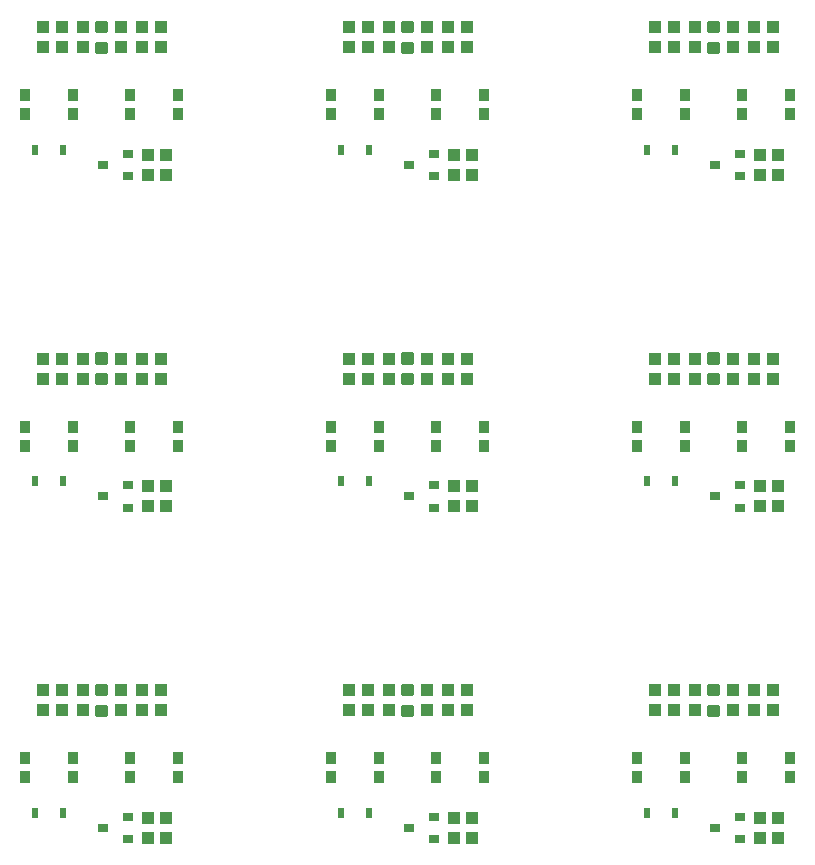
<source format=gtp>
G75*
%MOIN*%
%OFA0B0*%
%FSLAX25Y25*%
%IPPOS*%
%LPD*%
%AMOC8*
5,1,8,0,0,1.08239X$1,22.5*
%
%ADD10R,0.03937X0.04331*%
%ADD11C,0.01181*%
%ADD12R,0.03543X0.03150*%
%ADD13R,0.03543X0.03937*%
%ADD14R,0.02480X0.03268*%
D10*
X0059250Y0087904D03*
X0065750Y0087904D03*
X0072750Y0087904D03*
X0072750Y0094596D03*
X0065750Y0094596D03*
X0059250Y0094596D03*
X0085250Y0094596D03*
X0085250Y0087904D03*
X0092250Y0087904D03*
X0098750Y0087904D03*
X0098750Y0094596D03*
X0092250Y0094596D03*
X0094250Y0052096D03*
X0100250Y0052096D03*
X0100250Y0045404D03*
X0094250Y0045404D03*
X0161250Y0087904D03*
X0167750Y0087904D03*
X0167750Y0094596D03*
X0161250Y0094596D03*
X0174750Y0094596D03*
X0174750Y0087904D03*
X0187250Y0087904D03*
X0187250Y0094596D03*
X0194250Y0094596D03*
X0200750Y0094596D03*
X0200750Y0087904D03*
X0194250Y0087904D03*
X0196250Y0052096D03*
X0202250Y0052096D03*
X0202250Y0045404D03*
X0196250Y0045404D03*
X0263250Y0087904D03*
X0269750Y0087904D03*
X0269750Y0094596D03*
X0263250Y0094596D03*
X0276750Y0094596D03*
X0276750Y0087904D03*
X0289250Y0087904D03*
X0296250Y0087904D03*
X0302750Y0087904D03*
X0302750Y0094596D03*
X0296250Y0094596D03*
X0289250Y0094596D03*
X0298250Y0052096D03*
X0304250Y0052096D03*
X0304250Y0045404D03*
X0298250Y0045404D03*
X0298250Y0155904D03*
X0304250Y0155904D03*
X0304250Y0162596D03*
X0298250Y0162596D03*
X0296250Y0198404D03*
X0289250Y0198404D03*
X0289250Y0205096D03*
X0296250Y0205096D03*
X0302750Y0205096D03*
X0302750Y0198404D03*
X0276750Y0198404D03*
X0276750Y0205096D03*
X0269750Y0205096D03*
X0263250Y0205096D03*
X0263250Y0198404D03*
X0269750Y0198404D03*
X0200750Y0198404D03*
X0194250Y0198404D03*
X0194250Y0205096D03*
X0200750Y0205096D03*
X0187250Y0205096D03*
X0187250Y0198404D03*
X0174750Y0198404D03*
X0174750Y0205096D03*
X0167750Y0205096D03*
X0161250Y0205096D03*
X0161250Y0198404D03*
X0167750Y0198404D03*
X0196250Y0162596D03*
X0202250Y0162596D03*
X0202250Y0155904D03*
X0196250Y0155904D03*
X0100250Y0155904D03*
X0094250Y0155904D03*
X0094250Y0162596D03*
X0100250Y0162596D03*
X0098750Y0198404D03*
X0092250Y0198404D03*
X0092250Y0205096D03*
X0098750Y0205096D03*
X0085250Y0205096D03*
X0085250Y0198404D03*
X0072750Y0198404D03*
X0065750Y0198404D03*
X0059250Y0198404D03*
X0059250Y0205096D03*
X0065750Y0205096D03*
X0072750Y0205096D03*
X0094250Y0266404D03*
X0094250Y0273096D03*
X0100250Y0273096D03*
X0100250Y0266404D03*
X0098750Y0308904D03*
X0092250Y0308904D03*
X0092250Y0315596D03*
X0098750Y0315596D03*
X0085250Y0315596D03*
X0085250Y0308904D03*
X0072750Y0308904D03*
X0072750Y0315596D03*
X0065750Y0315596D03*
X0065750Y0308904D03*
X0059250Y0308904D03*
X0059250Y0315596D03*
X0161250Y0315596D03*
X0161250Y0308904D03*
X0167750Y0308904D03*
X0167750Y0315596D03*
X0174750Y0315596D03*
X0174750Y0308904D03*
X0187250Y0308904D03*
X0187250Y0315596D03*
X0194250Y0315596D03*
X0194250Y0308904D03*
X0200750Y0308904D03*
X0200750Y0315596D03*
X0202250Y0273096D03*
X0196250Y0273096D03*
X0196250Y0266404D03*
X0202250Y0266404D03*
X0263250Y0308904D03*
X0269750Y0308904D03*
X0269750Y0315596D03*
X0263250Y0315596D03*
X0276750Y0315596D03*
X0276750Y0308904D03*
X0289250Y0308904D03*
X0289250Y0315596D03*
X0296250Y0315596D03*
X0296250Y0308904D03*
X0302750Y0308904D03*
X0302750Y0315596D03*
X0304250Y0273096D03*
X0298250Y0273096D03*
X0298250Y0266404D03*
X0304250Y0266404D03*
D11*
X0284128Y0307419D02*
X0281372Y0307419D01*
X0281372Y0310175D01*
X0284128Y0310175D01*
X0284128Y0307419D01*
X0284128Y0308599D02*
X0281372Y0308599D01*
X0281372Y0309779D02*
X0284128Y0309779D01*
X0284128Y0314325D02*
X0281372Y0314325D01*
X0281372Y0317081D01*
X0284128Y0317081D01*
X0284128Y0314325D01*
X0284128Y0315505D02*
X0281372Y0315505D01*
X0281372Y0316685D02*
X0284128Y0316685D01*
X0182128Y0314325D02*
X0179372Y0314325D01*
X0179372Y0317081D01*
X0182128Y0317081D01*
X0182128Y0314325D01*
X0182128Y0315505D02*
X0179372Y0315505D01*
X0179372Y0316685D02*
X0182128Y0316685D01*
X0182128Y0307419D02*
X0179372Y0307419D01*
X0179372Y0310175D01*
X0182128Y0310175D01*
X0182128Y0307419D01*
X0182128Y0308599D02*
X0179372Y0308599D01*
X0179372Y0309779D02*
X0182128Y0309779D01*
X0080128Y0307419D02*
X0077372Y0307419D01*
X0077372Y0310175D01*
X0080128Y0310175D01*
X0080128Y0307419D01*
X0080128Y0308599D02*
X0077372Y0308599D01*
X0077372Y0309779D02*
X0080128Y0309779D01*
X0080128Y0314325D02*
X0077372Y0314325D01*
X0077372Y0317081D01*
X0080128Y0317081D01*
X0080128Y0314325D01*
X0080128Y0315505D02*
X0077372Y0315505D01*
X0077372Y0316685D02*
X0080128Y0316685D01*
X0080128Y0203825D02*
X0077372Y0203825D01*
X0077372Y0206581D01*
X0080128Y0206581D01*
X0080128Y0203825D01*
X0080128Y0205005D02*
X0077372Y0205005D01*
X0077372Y0206185D02*
X0080128Y0206185D01*
X0080128Y0196919D02*
X0077372Y0196919D01*
X0077372Y0199675D01*
X0080128Y0199675D01*
X0080128Y0196919D01*
X0080128Y0198099D02*
X0077372Y0198099D01*
X0077372Y0199279D02*
X0080128Y0199279D01*
X0179372Y0196919D02*
X0182128Y0196919D01*
X0179372Y0196919D02*
X0179372Y0199675D01*
X0182128Y0199675D01*
X0182128Y0196919D01*
X0182128Y0198099D02*
X0179372Y0198099D01*
X0179372Y0199279D02*
X0182128Y0199279D01*
X0182128Y0203825D02*
X0179372Y0203825D01*
X0179372Y0206581D01*
X0182128Y0206581D01*
X0182128Y0203825D01*
X0182128Y0205005D02*
X0179372Y0205005D01*
X0179372Y0206185D02*
X0182128Y0206185D01*
X0281372Y0203825D02*
X0284128Y0203825D01*
X0281372Y0203825D02*
X0281372Y0206581D01*
X0284128Y0206581D01*
X0284128Y0203825D01*
X0284128Y0205005D02*
X0281372Y0205005D01*
X0281372Y0206185D02*
X0284128Y0206185D01*
X0284128Y0196919D02*
X0281372Y0196919D01*
X0281372Y0199675D01*
X0284128Y0199675D01*
X0284128Y0196919D01*
X0284128Y0198099D02*
X0281372Y0198099D01*
X0281372Y0199279D02*
X0284128Y0199279D01*
X0284128Y0093325D02*
X0281372Y0093325D01*
X0281372Y0096081D01*
X0284128Y0096081D01*
X0284128Y0093325D01*
X0284128Y0094505D02*
X0281372Y0094505D01*
X0281372Y0095685D02*
X0284128Y0095685D01*
X0284128Y0086419D02*
X0281372Y0086419D01*
X0281372Y0089175D01*
X0284128Y0089175D01*
X0284128Y0086419D01*
X0284128Y0087599D02*
X0281372Y0087599D01*
X0281372Y0088779D02*
X0284128Y0088779D01*
X0182128Y0086419D02*
X0179372Y0086419D01*
X0179372Y0089175D01*
X0182128Y0089175D01*
X0182128Y0086419D01*
X0182128Y0087599D02*
X0179372Y0087599D01*
X0179372Y0088779D02*
X0182128Y0088779D01*
X0182128Y0093325D02*
X0179372Y0093325D01*
X0179372Y0096081D01*
X0182128Y0096081D01*
X0182128Y0093325D01*
X0182128Y0094505D02*
X0179372Y0094505D01*
X0179372Y0095685D02*
X0182128Y0095685D01*
X0080128Y0093325D02*
X0077372Y0093325D01*
X0077372Y0096081D01*
X0080128Y0096081D01*
X0080128Y0093325D01*
X0080128Y0094505D02*
X0077372Y0094505D01*
X0077372Y0095685D02*
X0080128Y0095685D01*
X0080128Y0086419D02*
X0077372Y0086419D01*
X0077372Y0089175D01*
X0080128Y0089175D01*
X0080128Y0086419D01*
X0080128Y0087599D02*
X0077372Y0087599D01*
X0077372Y0088779D02*
X0080128Y0088779D01*
D12*
X0087687Y0052490D03*
X0087687Y0045010D03*
X0079419Y0048750D03*
X0181419Y0048750D03*
X0189687Y0045010D03*
X0189687Y0052490D03*
X0283419Y0048750D03*
X0291687Y0045010D03*
X0291687Y0052490D03*
X0291687Y0155510D03*
X0283419Y0159250D03*
X0291687Y0162990D03*
X0189687Y0162990D03*
X0189687Y0155510D03*
X0181419Y0159250D03*
X0087687Y0155510D03*
X0087687Y0162990D03*
X0079419Y0159250D03*
X0087687Y0266010D03*
X0087687Y0273490D03*
X0079419Y0269750D03*
X0181419Y0269750D03*
X0189687Y0266010D03*
X0189687Y0273490D03*
X0283419Y0269750D03*
X0291687Y0266010D03*
X0291687Y0273490D03*
D13*
X0292179Y0286600D03*
X0292179Y0292900D03*
X0308321Y0292900D03*
X0308321Y0286600D03*
X0273321Y0286600D03*
X0273321Y0292900D03*
X0257179Y0292900D03*
X0257179Y0286600D03*
X0206321Y0286600D03*
X0206321Y0292900D03*
X0190179Y0292900D03*
X0190179Y0286600D03*
X0171321Y0286600D03*
X0171321Y0292900D03*
X0155179Y0292900D03*
X0155179Y0286600D03*
X0104321Y0286600D03*
X0104321Y0292900D03*
X0088179Y0292900D03*
X0088179Y0286600D03*
X0069321Y0286600D03*
X0069321Y0292900D03*
X0053179Y0292900D03*
X0053179Y0286600D03*
X0053179Y0182400D03*
X0053179Y0176100D03*
X0069321Y0176100D03*
X0069321Y0182400D03*
X0088179Y0182400D03*
X0088179Y0176100D03*
X0104321Y0176100D03*
X0104321Y0182400D03*
X0155179Y0182400D03*
X0155179Y0176100D03*
X0171321Y0176100D03*
X0171321Y0182400D03*
X0190179Y0182400D03*
X0190179Y0176100D03*
X0206321Y0176100D03*
X0206321Y0182400D03*
X0257179Y0182400D03*
X0257179Y0176100D03*
X0273321Y0176100D03*
X0273321Y0182400D03*
X0292179Y0182400D03*
X0292179Y0176100D03*
X0308321Y0176100D03*
X0308321Y0182400D03*
X0308321Y0071900D03*
X0308321Y0065600D03*
X0292179Y0065600D03*
X0292179Y0071900D03*
X0273321Y0071900D03*
X0273321Y0065600D03*
X0257179Y0065600D03*
X0257179Y0071900D03*
X0206321Y0071900D03*
X0206321Y0065600D03*
X0190179Y0065600D03*
X0190179Y0071900D03*
X0171321Y0071900D03*
X0171321Y0065600D03*
X0155179Y0065600D03*
X0155179Y0071900D03*
X0104321Y0071900D03*
X0104321Y0065600D03*
X0088179Y0065600D03*
X0088179Y0071900D03*
X0069321Y0071900D03*
X0069321Y0065600D03*
X0053179Y0065600D03*
X0053179Y0071900D03*
D14*
X0056722Y0053750D03*
X0065778Y0053750D03*
X0158722Y0053750D03*
X0167778Y0053750D03*
X0260722Y0053750D03*
X0269778Y0053750D03*
X0269778Y0164250D03*
X0260722Y0164250D03*
X0167778Y0164250D03*
X0158722Y0164250D03*
X0065778Y0164250D03*
X0056722Y0164250D03*
X0056722Y0274750D03*
X0065778Y0274750D03*
X0158722Y0274750D03*
X0167778Y0274750D03*
X0260722Y0274750D03*
X0269778Y0274750D03*
M02*

</source>
